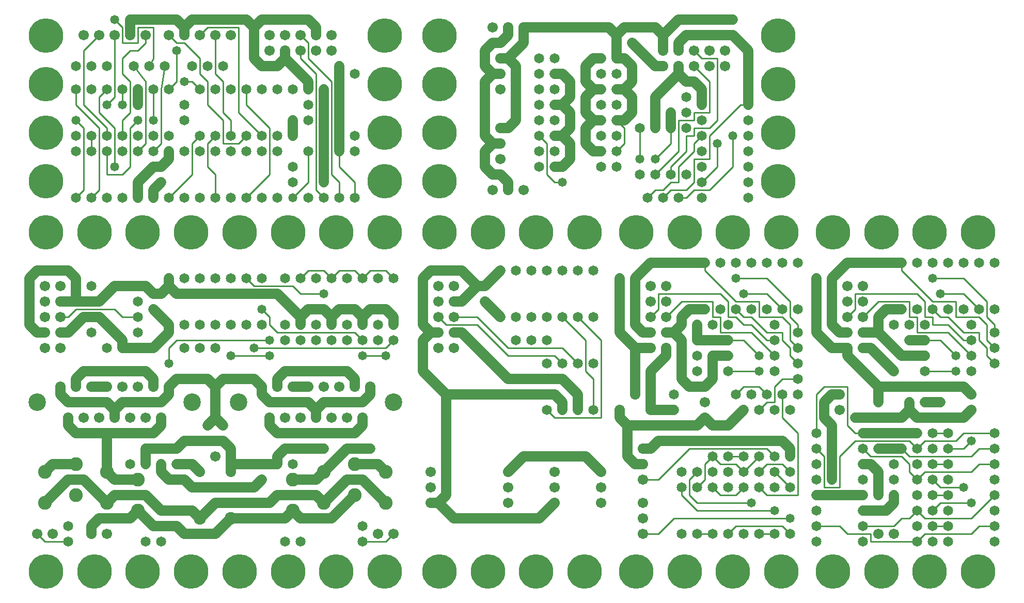
<source format=gbl>
%MOIN*%
%FSLAX25Y25*%
G04 D10 used for Character Trace; *
G04     Circle (OD=.01000) (No hole)*
G04 D11 used for Power Trace; *
G04     Circle (OD=.06500) (No hole)*
G04 D12 used for Signal Trace; *
G04     Circle (OD=.01100) (No hole)*
G04 D13 used for Via; *
G04     Circle (OD=.05800) (Round. Hole ID=.02800)*
G04 D14 used for Component hole; *
G04     Circle (OD=.06500) (Round. Hole ID=.03500)*
G04 D15 used for Component hole; *
G04     Circle (OD=.06700) (Round. Hole ID=.04300)*
G04 D16 used for Component hole; *
G04     Circle (OD=.08100) (Round. Hole ID=.05100)*
G04 D17 used for Component hole; *
G04     Circle (OD=.08900) (Round. Hole ID=.05900)*
G04 D18 used for Component hole; *
G04     Circle (OD=.11300) (Round. Hole ID=.08300)*
G04 D19 used for Component hole; *
G04     Circle (OD=.16000) (Round. Hole ID=.13000)*
G04 D20 used for Component hole; *
G04     Circle (OD=.18300) (Round. Hole ID=.15300)*
G04 D21 used for Component hole; *
G04     Circle (OD=.22291) (Round. Hole ID=.19291)*
%ADD10C,.01000*%
%ADD11C,.06500*%
%ADD12C,.01100*%
%ADD13C,.05800*%
%ADD14C,.06500*%
%ADD15C,.06700*%
%ADD16C,.08100*%
%ADD17C,.08900*%
%ADD18C,.11300*%
%ADD19C,.16000*%
%ADD20C,.18300*%
%ADD21C,.22291*%
%IPPOS*%
%LPD*%
G90*X0Y0D02*D21*X15625Y15625D03*D14*              
X30000Y35000D03*D12*X15000D01*X10000Y40000D01*D15*
D03*X20000D03*D17*X15000Y60000D03*D11*            
X30000Y75000D01*X40000D01*X55000Y60000D01*D17*D03*
D11*X60000Y65000D01*X80000D01*X90000Y55000D01*    
X110000D01*X115000Y50000D01*D16*D03*D11*          
X125000Y60000D01*X160000D01*X165000Y65000D01*     
X190000D01*X195000Y60000D01*D17*D03*D11*          
X210000Y75000D01*X220000D01*X235000Y60000D01*D17* 
D03*D14*X220000Y45000D03*D17*X215000Y65000D03*D11*
X200000Y50000D01*X180000D01*X175000Y55000D01*D17* 
D03*D11*X170000Y50000D01*X135000D01*D16*D03*D11*  
X125000Y40000D01*X105000D01*X100000Y45000D01*     
X85000D01*X75000Y55000D01*D17*D03*D11*            
X70000Y50000D01*X50000D01*X45000Y45000D01*        
Y40000D01*D15*D03*X55000D03*D14*X30000Y45000D03*  
D21*X46875Y15625D03*D17*X35000Y65000D03*          
X75000Y75000D03*D11*X60000D01*X55000Y80000D01*D17*
D03*D11*Y105000D01*X35000D01*X30000Y110000D01*    
Y115000D01*D15*D03*X40000D03*D11*X30000Y125000D02*
X55000D01*X60000Y120000D01*Y115000D01*D15*D03*D11*
Y120000D02*X65000Y125000D01*X90000D01*            
X95000Y130000D01*Y135000D01*D15*D03*D11*          
X100000Y140000D01*X120000D01*X125000Y135000D01*   
Y115000D01*X120000Y110000D01*D14*D03*D11*         
X130000D02*X125000Y115000D01*D14*                 
X130000Y110000D03*X120000Y100000D03*D11*          
X105000D01*X100000Y95000D01*X80000D01*D13*D03*D11*
Y85000D01*D14*D03*D11*X95000Y75000D02*            
X90000Y80000D01*X95000Y75000D02*X105000D01*       
X110000Y70000D01*X125000D01*D13*D03*D11*          
X150000D01*X155000Y75000D01*D14*D03*              
X165000Y85000D03*D11*X155000D01*D14*D03*D11*      
X135000D01*Y80000D01*D15*D03*D11*Y85000D02*       
Y95000D01*X130000Y100000D01*D14*D03*D11*          
X120000D01*D15*X125000Y90000D03*D11*              
X115000Y80000D02*X110000Y85000D01*D15*            
X115000Y80000D03*D11*X100000Y85000D02*X110000D01* 
D14*X100000D03*X90000D03*D11*Y80000D01*D14*       
X70000Y85000D03*D11*X55000Y105000D02*X85000D01*   
D15*X50000Y115000D03*X70000D03*D17*               
X35000Y85000D03*D11*X20000D01*X15000Y80000D01*D17*
D03*D11*X30000Y125000D02*X25000Y130000D01*        
Y135000D01*D15*D03*X35000D03*D11*Y140000D01*      
X40000Y145000D01*X80000D01*X85000Y140000D01*      
Y135000D01*D15*D03*X75000D03*D13*X95000Y150000D03*
D12*Y160000D01*X100000Y165000D01*X160000D01*D13*  
D03*D12*X165000Y170000D02*X215000D01*             
X220000Y165000D01*D14*D03*X230000Y175000D03*      
X210000D03*X230000Y165000D03*X220000Y175000D03*   
D11*Y180000D01*X225000Y185000D01*X235000D01*      
X240000Y180000D01*Y175000D01*D14*D03*Y165000D03*  
D12*X235000Y160000D01*X150000D01*D13*D03*         
X160000Y155000D03*D12*X135000D01*D13*D03*D14*     
X125000Y160000D03*D11*X155000Y135000D02*          
X150000Y140000D01*D15*X155000Y135000D03*D11*      
Y130000D01*X160000Y125000D01*X185000D01*          
X190000Y120000D01*Y115000D01*D15*D03*D11*         
Y120000D02*X195000Y125000D01*X220000D01*          
X225000Y130000D01*Y135000D01*D15*D03*D11*         
X215000D02*Y140000D01*D15*Y135000D03*D11*         
Y140000D02*X210000Y145000D01*X170000D01*          
X165000Y140000D01*Y135000D01*D15*D03*X175000D03*  
D11*X185000D01*D15*D03*X195000D03*                
X170000Y115000D03*X180000D03*X205000Y135000D03*   
X200000Y115000D03*D11*X165000Y105000D02*          
X160000Y110000D01*X165000Y105000D02*X215000D01*   
X220000Y110000D01*Y115000D01*D15*D03*X210000D03*  
D11*X195000Y80000D02*X210000Y95000D01*D17*        
X195000Y80000D03*D11*X190000Y75000D01*X175000D01* 
D17*D03*D11*X165000Y85000D02*Y90000D01*           
X170000Y95000D01*X195000D01*D13*D03*D11*          
X210000D02*X225000D01*D13*D03*D17*                
X215000Y85000D03*D11*X230000D01*X235000Y80000D01* 
D17*D03*D15*X230000Y40000D03*X240000D03*D12*      
X235000Y35000D01*X220000D01*D14*D03*D21*          
X203125Y15625D03*X234375D03*D14*X180000Y35000D03* 
X170000D03*D21*X171875Y15625D03*D14*              
X175000Y85000D03*D11*X160000Y110000D02*Y115000D01*
D15*D03*D18*X140000Y125000D03*D11*                
X130000Y140000D02*X150000D01*X125000Y135000D02*   
X130000Y140000D01*D18*X110000Y125000D03*D14*      
X115000Y160000D03*X105000D03*D15*X90000Y115000D03*
D11*Y110000D01*X85000Y105000D01*D15*              
X80000Y115000D03*X55000Y135000D03*D11*X45000D01*  
D15*D03*X65000D03*D14*Y160000D03*D11*X85000D01*   
X95000Y170000D01*Y175000D01*D14*D03*D11*          
X85000Y185000D01*D14*D03*D11*Y195000D02*X90000D01*
D14*X85000D03*D11*X80000Y200000D01*X75000D01*D14* 
D03*D11*X60000D01*X50000Y190000D01*X45000D01*D14* 
D03*D11*X35000D01*X25000D01*D15*D03*              
X15000Y200000D03*Y180000D03*D12*X30000D02*        
X35000Y185000D01*X25000Y180000D02*X30000D01*D15*  
X25000D03*D11*X35000Y190000D02*Y205000D01*        
X30000Y210000D01*X10000D01*X5000Y205000D01*       
Y175000D01*X10000Y170000D01*X15000D01*D15*D03*    
X25000Y160000D03*Y170000D03*D11*X30000D01*        
X40000Y180000D01*X45000D01*D14*D03*D11*X50000D01* 
X65000Y165000D01*Y160000D01*D14*X75000Y170000D03* 
X55000Y160000D03*X75000Y180000D03*D12*X65000D01*  
X60000Y185000D01*X35000D01*D14*X45000Y200000D03*  
D15*X25000D03*D14*X45000Y170000D03*D15*           
X15000Y190000D03*Y160000D03*D14*X75000Y190000D03* 
D21*X78125Y234375D03*X46875D03*X15625D03*D11*     
X90000Y195000D02*X95000Y200000D01*                
X100000Y195000D01*X165000D01*X180000Y180000D01*   
Y175000D01*D14*D03*D11*Y180000D02*                
X185000Y185000D01*X195000D01*X200000Y180000D01*   
Y175000D01*D14*D03*D11*Y180000D02*                
X205000Y185000D01*X215000D01*X220000Y180000D01*   
D14*X210000Y165000D03*X200000D03*                 
X240000Y205000D03*D12*X235000Y210000D01*          
X225000D01*X220000Y205000D01*D14*D03*D12*         
X215000Y210000D01*X205000D01*X200000Y205000D01*   
D14*D03*D12*X195000Y210000D01*X185000D01*         
X180000Y205000D01*D14*D03*D12*Y195000D02*         
X175000Y200000D01*X180000Y195000D02*X195000D01*   
D13*D03*D14*X190000Y205000D03*X210000D03*D12*     
X150000Y200000D02*X175000D01*X150000D02*          
X145000Y205000D01*D14*D03*X155000D03*X135000D03*  
X125000D03*D13*X155000Y185000D03*D12*             
X160000Y180000D01*Y175000D01*X165000Y170000D01*   
D14*X170000Y165000D03*Y175000D03*X155000D03*      
X180000Y165000D03*X145000Y175000D03*              
X190000Y165000D03*Y175000D03*X135000D03*          
X170000Y205000D03*X125000Y175000D03*              
X115000Y205000D03*Y175000D03*D13*                 
X220000Y155000D03*D12*X235000D01*D13*D03*D18*     
X240000Y125000D03*D14*X230000Y205000D03*D21*      
X234375Y234375D03*X203125D03*X171875D03*          
X140625D03*X109375D03*D14*X105000Y205000D03*      
Y175000D03*D21*X109375Y15625D03*X140625D03*D14*   
X95000Y205000D03*D11*Y200000D01*D18*              
X10000Y125000D03*D14*X80000Y35000D03*X90000D03*   
D21*X78125Y15625D03*G90*X0Y2000D02*D14*           
X215000Y257000D03*D12*Y267000D01*                 
X205000Y277000D01*Y287000D01*D14*D03*D11*         
Y307000D01*D14*D03*D11*Y342000D01*D13*D03*D14*    
X215000Y337000D03*D12*X185000Y347000D02*          
X200000Y332000D01*X185000Y357000D02*Y347000D01*   
X180000Y362000D02*X185000Y357000D01*D15*          
X180000Y362000D03*X190000Y352000D03*X170000D03*   
D11*Y347000D01*X165000Y342000D01*X155000D01*      
X150000Y347000D01*Y367000D01*X145000Y372000D01*   
X110000D01*X105000Y367000D01*X100000Y372000D01*   
X70000D01*Y362000D01*D15*D03*D12*X65000Y357000D02*
X75000D01*X65000Y367000D02*Y357000D01*            
X60000Y372000D02*X65000Y367000D01*D13*            
X60000Y372000D03*D15*X50000Y362000D03*D12*        
X40000Y352000D01*Y317000D01*X55000Y302000D01*     
Y297000D01*D14*D03*D12*X50000Y312000D02*          
X60000Y302000D01*X50000Y322000D02*Y312000D01*     
Y322000D02*X55000Y327000D01*D14*D03*D12*          
Y317000D02*X60000Y322000D01*D13*X55000Y317000D03* 
D12*X60000Y362000D02*Y322000D01*D15*Y362000D03*   
D12*X65000Y347000D02*X70000Y352000D01*            
X65000Y347000D02*Y337000D01*X70000Y332000D01*     
Y312000D01*X65000Y307000D01*Y297000D01*D14*D03*   
D12*X70000Y302000D02*Y277000D01*X65000Y272000D01* 
X55000D01*Y287000D01*D14*D03*X45000Y297000D03*D12*
Y287000D01*D14*D03*X35000Y297000D03*Y287000D03*   
D12*X60000Y302000D02*Y277000D01*D13*D03*D14*      
X65000Y287000D03*D11*X75000Y267000D02*Y257000D01* 
D14*D03*X85000D03*D11*Y262000D01*X90000Y267000D01*
D13*D03*D11*X85000Y277000D02*X90000D01*           
X75000Y267000D02*X85000Y277000D01*D14*            
X65000Y257000D03*D11*X90000Y277000D02*            
X95000Y282000D01*Y287000D01*D14*D03*D12*X85000D02*
X90000Y292000D01*D14*X85000Y287000D03*D12*        
X90000Y327000D02*Y292000D01*X92500Y342000D02*     
X90000Y327000D01*D14*X92500Y342000D03*D12*        
X82500D02*X85000Y347000D01*D14*X82500Y342000D03*  
D12*X85000Y367000D02*Y347000D01*X75000Y367000D02* 
X85000D01*X75000D02*Y357000D01*D15*               
X80000Y362000D03*D12*Y357000D01*X75000Y352000D01* 
X70000D01*D14*X72500Y342000D03*D12*               
X80000Y332000D01*Y292000D01*X75000Y287000D01*D14* 
D03*X85000Y297000D03*X75000D03*D12*               
X70000Y302000D02*X75000Y307000D01*D13*D03*        
X65000Y317000D03*D12*Y327000D01*D14*D03*D13*      
X75000Y317000D03*D11*Y327000D01*D14*D03*X85000D03*
D12*Y307000D01*D13*D03*D14*X95000Y297000D03*      
X105000Y287000D03*X95000Y327000D03*D12*           
X100000Y332000D01*Y352000D01*D13*D03*D12*         
Y357000D02*X105000D01*X95000Y362000D02*           
X100000Y357000D01*D15*X95000Y362000D03*D12*       
X105000Y357000D02*X115000Y347000D01*Y337000D01*   
X120000Y332000D01*Y317000D01*X130000Y307000D01*   
Y292000D01*X140000D01*X145000Y297000D01*D14*D03*  
X155000Y287000D03*D12*X130000Y312000D02*          
X135000Y307000D01*X130000Y332000D02*Y312000D01*   
X125000Y337000D02*X130000Y332000D01*              
X125000Y362000D02*Y337000D01*D15*Y362000D03*D12*  
X115000D02*X120000Y367000D01*D15*                 
X115000Y362000D03*D12*X120000Y367000D02*          
X140000D01*Y312000D01*X155000Y297000D01*D14*D03*  
D12*X145000Y317000D02*X160000Y302000D01*          
X145000Y327000D02*Y317000D01*D14*Y327000D03*      
X155000D03*X135000D03*X130000Y342000D03*D12*      
X135000Y307000D02*Y297000D01*D14*D03*             
X145000Y287000D03*X125000D03*Y297000D03*D12*      
X120000Y292000D01*Y277000D01*X125000Y272000D01*   
Y257000D01*D14*D03*X135000D03*X115000D03*D12*     
X95000D02*X110000Y272000D01*D14*X95000Y257000D03* 
X105000D03*D12*X110000Y292000D02*Y272000D01*      
Y292000D02*X115000Y297000D01*D14*D03*             
X105000Y307000D03*X115000Y287000D03*X135000D03*   
X105000Y317000D03*X125000Y327000D03*X115000D03*   
D12*X110000Y332000D01*X105000D01*D13*D03*D14*     
X110000Y342000D03*X120000D03*D15*                 
X135000Y362000D03*X105000D03*D11*Y367000D01*      
X150000D02*X155000Y372000D01*X185000D01*          
X190000Y367000D01*Y362000D01*D15*D03*             
X200000Y352000D03*X180000D03*D12*Y347000D01*      
X190000Y337000D01*Y262000D01*X195000Y257000D01*   
D14*D03*D12*X200000Y272000D02*X205000Y267000D01*  
X200000Y332000D02*Y272000D01*D13*                 
X195000Y327000D03*D11*Y307000D01*D14*D03*D11*     
Y287000D01*D14*D03*D11*Y267000D01*D13*D03*D14*    
X205000Y257000D03*D12*Y267000D01*D14*             
X185000Y287000D03*D12*Y267000D01*                 
X175000Y257000D01*D13*D03*D14*X185000D03*         
X175000Y267000D03*X165000Y257000D03*D12*          
X145000D02*X160000Y272000D01*D14*                 
X145000Y257000D03*X155000D03*D12*                 
X160000Y302000D02*Y272000D01*D14*                 
X165000Y297000D03*X175000D03*D11*Y307000D01*D13*  
D03*D14*X185000Y317000D03*Y307000D03*D13*         
Y327000D03*D11*Y332000D01*X170000Y347000D01*D15*  
X160000Y352000D03*X170000Y362000D03*X160000D03*   
D14*X165000Y327000D03*X175000D03*D15*             
X200000Y362000D03*D14*X215000Y297000D03*          
X165000Y287000D03*X215000D03*D21*                 
X234375Y298875D03*Y330125D03*Y361375D03*D14*      
X175000Y277000D03*D21*X234375Y267625D03*D14*      
X55000Y342000D03*Y257000D03*D12*X35000Y317000D02* 
X50000Y302000D01*X35000Y327000D02*Y317000D01*D14* 
Y327000D03*X45000D03*Y342000D03*X35000D03*D21*    
X15625Y330125D03*D13*X35000Y307000D03*D12*        
X40000Y302000D01*Y262000D01*X35000Y257000D01*D14* 
D03*X45000D03*D12*X50000Y262000D01*Y302000D01*D21*
X15625Y267625D03*Y298875D03*D15*X40000Y362000D03* 
D21*X15625Y361375D03*G90*X4000Y0D02*D11*          
X274000Y130000D02*X259000Y145000D01*              
X274000Y65000D02*Y130000D01*X269000Y60000D02*     
X274000Y65000D01*X279000Y50000D02*                
X269000Y60000D01*X279000Y50000D02*X334000D01*     
X344000Y60000D01*D15*D03*Y70000D03*Y80000D03*D11* 
X374000D02*X364000Y90000D01*D15*X374000Y80000D03* 
D11*X324000Y90000D02*X364000D01*X314000Y80000D02* 
X324000Y90000D01*D15*X314000Y80000D03*Y70000D03*  
Y60000D03*D12*X344000Y115000D02*X374000D01*       
Y165000D01*X359000Y180000D01*D14*D03*X369000D03*  
X349000D03*D12*X364000Y165000D01*Y145000D01*      
X369000Y140000D01*Y120000D01*D14*D03*D11*         
X359000D02*Y130000D01*D14*Y120000D03*D11*         
X349000D02*Y125000D01*D14*Y120000D03*D12*         
X344000Y115000D02*X339000Y120000D01*D14*D03*      
X329000Y130000D03*D11*X274000D01*                 
X259000Y145000D02*Y165000D01*X264000Y170000D01*   
X269000D01*D15*D03*D12*X274000Y175000D02*         
X294000D01*X314000Y155000D01*X344000D01*          
X349000Y150000D01*D14*D03*X359000D03*D12*         
X349000Y160000D01*X314000D01*X294000Y180000D01*   
X279000D01*D15*D03*D12*X274000Y175000D02*         
X269000Y180000D01*D15*D03*X279000Y170000D03*D11*  
X284000D01*X314000Y140000D01*X329000D01*D14*D03*  
D11*X349000D01*X359000Y130000D01*                 
X349000Y125000D02*X344000Y130000D01*X329000D01*   
D14*X339000Y150000D03*Y165000D03*X329000D03*      
X319000D03*X369000Y150000D03*D15*                 
X279000Y160000D03*D14*X339000Y180000D03*          
X329000D03*X319000D03*X309000D03*D11*             
X299000Y190000D01*D14*D03*Y200000D03*D11*         
X294000D01*X284000Y190000D01*X279000D01*D15*D03*  
X269000Y200000D03*X279000D03*X269000Y190000D03*   
D11*X294000Y200000D02*X284000Y210000D01*          
X264000D01*X259000Y205000D01*Y175000D01*          
X264000Y170000D01*D15*X269000Y160000D03*D11*      
X299000Y200000D02*X309000Y210000D01*D14*D03*      
X319000D03*X329000D03*D21*X332125Y234375D03*      
X300875D03*D14*X339000Y210000D03*D21*             
X269625Y234375D03*D14*X349000Y210000D03*          
X359000D03*D21*X363375Y234375D03*D14*             
X369000Y210000D03*D15*X264000Y80000D03*Y70000D03* 
X374000D03*X264000Y60000D03*D11*X269000D01*D21*   
X269625Y15625D03*X300875D03*X332125D03*X363375D03*
D15*X374000Y60000D03*G90*X4000Y2000D02*D21*       
X269625Y267625D03*D11*X299000Y332000D02*          
Y297000D01*Y332000D02*X304000Y337000D01*          
X299000Y342000D01*Y352000D01*X304000Y357000D01*   
X309000D01*X314000Y362000D01*Y367000D01*D15*D03*  
D11*Y347000D02*X324000Y357000D01*                 
X309000Y347000D02*X314000D01*D15*X309000D03*D11*  
X314000D02*X319000Y342000D01*Y307000D01*          
X314000Y302000D01*X309000D01*D15*D03*D11*         
X299000Y297000D02*X304000Y292000D01*              
X299000Y287000D01*Y277000D01*X304000Y272000D01*   
X309000D01*X314000Y267000D01*Y262000D01*D15*D03*  
X324000D03*X304000D03*X309000Y282000D03*D14*      
X334000Y277000D03*Y287000D03*D12*                 
X339000Y292000D02*Y272000D01*X334000Y297000D02*   
X339000Y292000D01*D14*X334000Y297000D03*          
X344000Y287000D03*Y307000D03*Y297000D03*D11*      
X349000D01*X354000Y292000D01*Y282000D01*          
X349000Y277000D01*X344000D01*D14*D03*D12*         
X339000Y272000D02*X344000Y267000D01*X349000D01*   
D13*D03*D11*X364000Y292000D02*X369000Y287000D01*  
X364000Y302000D02*Y292000D01*Y302000D02*          
X369000Y307000D01*X364000Y312000D01*Y322000D01*   
X369000Y327000D01*X364000Y332000D01*Y342000D01*   
X369000Y347000D01*X374000D01*D14*D03*             
X384000Y337000D03*Y347000D03*D11*Y362000D01*      
X379000Y367000D01*X324000D01*D15*D03*D11*         
Y357000D01*D14*X334000Y347000D03*                 
X344000Y337000D03*D11*X349000D01*                 
X354000Y332000D01*Y322000D01*X349000Y317000D01*   
X344000D01*D14*D03*D11*X349000D02*                
X354000Y312000D01*Y302000D01*X349000Y297000D01*   
D14*X334000Y307000D03*D11*X369000Y287000D02*      
X374000D01*D14*D03*X384000Y277000D03*Y297000D03*  
Y287000D03*D12*X389000Y292000D01*Y302000D01*      
X384000Y307000D01*D14*D03*D11*X389000D01*         
X394000Y312000D01*Y322000D01*X389000Y327000D01*   
X384000D01*D14*D03*D11*X389000D02*                
X394000Y332000D01*Y342000D01*X389000Y347000D01*   
X384000D01*D13*X394000Y357000D03*D11*             
X409000Y342000D01*X414000D01*D15*D03*             
X424000Y352000D03*D11*Y357000D01*                 
X429000Y362000D01*X459000D01*X469000Y352000D01*   
Y317000D01*D14*D03*D12*X464000D01*                
X444000Y297000D01*Y282000D01*X434000D01*          
Y267000D01*X429000Y262000D01*X419000D01*          
X414000Y257000D01*D14*D03*D12*X404000D02*         
X409000Y262000D01*D14*X404000Y257000D03*D12*      
X409000Y262000D02*X414000D01*X419000Y267000D01*   
X424000D01*Y277000D01*X434000Y287000D01*          
Y292000D01*X439000Y297000D01*D14*D03*D12*         
X434000Y302000D02*X444000D01*X434000D02*          
Y297000D01*X429000D01*Y287000D01*                 
X419000Y277000D01*Y272000D01*D14*D03*D13*         
X409000Y282000D03*D12*X419000Y292000D01*          
Y302000D01*D14*D03*D11*Y312000D01*D14*D03*D12*    
X424000Y307000D02*Y287000D01*X409000Y272000D01*   
D14*D03*D13*X399000Y282000D03*D12*Y302000D01*D14* 
D03*X409000Y312000D03*D11*Y322000D01*             
X424000Y337000D01*Y342000D01*D15*D03*D11*         
Y337000D02*X429000Y332000D01*X434000D01*          
X439000Y327000D01*Y317000D01*D14*D03*D12*         
X434000Y312000D02*X444000D01*X434000D02*          
Y307000D01*X424000D01*D14*X429000Y302000D03*      
Y312000D03*Y322000D03*D11*X409000Y312000D02*      
Y302000D01*D14*D03*X384000Y317000D03*             
X439000Y277000D03*Y287000D03*X399000Y272000D03*   
X439000Y307000D03*X429000Y272000D03*              
X374000Y337000D03*Y327000D03*D11*X369000D01*D14*  
X374000Y317000D03*D11*X369000Y307000D02*          
X374000D01*D14*D03*Y297000D03*X344000Y327000D03*  
X374000Y277000D03*X334000Y337000D03*Y327000D03*   
Y317000D03*X344000Y347000D03*D15*                 
X414000Y352000D03*D11*Y362000D01*                 
X409000Y367000D01*X389000D01*X384000Y362000D01*   
X414000D02*X424000Y372000D01*X459000D01*D13*D03*  
D15*X444000Y352000D03*X454000D03*D12*X434000D02*  
X439000Y347000D01*D15*X434000Y352000D03*D12*      
X439000Y347000D02*X449000D01*Y307000D01*          
X444000Y302000D01*Y332000D02*Y312000D01*          
X434000Y342000D02*X444000Y332000D01*D15*          
X434000Y342000D03*X444000D03*X454000D03*D14*      
X469000Y307000D03*D13*X459000Y297000D03*D12*      
Y277000D01*X444000Y262000D01*X434000D01*          
X429000Y257000D01*X424000D01*D14*D03*X439000D03*  
Y267000D03*D12*X449000Y277000D01*Y292000D01*D13*  
D03*D14*X469000Y277000D03*Y287000D03*Y297000D03*  
Y267000D03*Y257000D03*D21*X488375Y330125D03*      
Y267625D03*Y298875D03*Y361375D03*D15*             
X309000Y337000D03*D11*X304000D01*D15*             
X309000Y327000D03*X304000Y367000D03*D21*          
X269625Y361375D03*Y330125D03*Y298875D03*D11*      
X304000Y292000D02*X309000D01*D15*D03*G90*         
X1000Y0D02*D11*X391000Y110000D02*                 
X386000Y115000D01*X391000Y90000D02*Y110000D01*    
X396000Y85000D02*X391000Y90000D01*                
X396000Y85000D02*X401000D01*D15*D03*D12*Y75000D02*
X411000D01*D15*X401000D03*D12*X411000D02*         
X431000Y95000D01*X481000D01*X486000Y90000D01*D14* 
D03*D12*X496000Y80000D02*X491000Y85000D01*D14*    
X496000Y80000D03*D12*X481000Y85000D02*X491000D01* 
X476000Y80000D02*X481000Y85000D01*D14*            
X476000Y80000D03*X486000Y70000D03*                
X466000Y90000D03*D12*X456000D01*D14*D03*D12*      
X466000Y80000D02*X461000Y85000D01*D14*            
X466000Y80000D03*D12*X476000Y90000D01*D14*D03*    
X486000Y80000D03*D12*X496000Y70000D01*D14*D03*D12*
X481000Y65000D02*X501000D01*X481000D02*           
X476000Y70000D01*D14*D03*D13*X471000Y60000D03*D12*
X436000D01*X431000Y65000D01*Y75000D01*            
X436000Y80000D01*D14*D03*D12*Y70000D02*           
X441000Y75000D01*D14*X436000Y70000D03*D12*        
X441000Y75000D02*Y85000D01*X446000Y90000D01*D14*  
D03*D12*X451000Y85000D01*X461000D01*D14*          
X456000Y80000D03*X446000Y70000D03*D12*            
X451000Y65000D01*X461000D01*X466000Y70000D01*D14* 
D03*X456000D03*D13*X486000Y55000D03*D12*          
X436000D01*X426000Y65000D01*Y70000D01*D14*D03*    
Y80000D03*D12*X411000Y40000D02*X421000Y50000D01*  
X401000Y40000D02*X411000D01*D15*X401000D03*       
Y50000D03*Y60000D03*D12*X421000Y50000D02*         
X496000D01*D13*D03*D12*Y40000D02*X491000Y45000D01*
D14*X496000Y40000D03*D12*X461000Y45000D02*        
X491000D01*X456000Y40000D02*X461000Y45000D01*D14* 
X456000Y40000D03*X466000D03*X446000D03*D12*       
X436000D01*D14*D03*X426000D03*D21*                
X459125Y15625D03*X427875D03*D14*X446000Y80000D03* 
X476000Y40000D03*D12*X486000D01*D14*D03*D12*      
X501000Y65000D02*Y105000D01*X491000Y115000D01*    
Y130000D01*D14*D03*D12*X486000Y125000D02*         
Y135000D01*X481000Y125000D02*X486000D01*          
X476000Y120000D02*X481000Y125000D01*D14*          
X476000Y120000D03*X481000Y130000D03*D12*          
X476000Y135000D01*X466000D01*X461000Y130000D01*   
D14*D03*X471000D03*X466000Y120000D03*D11*         
X456000Y110000D01*D14*D03*D11*X446000D01*         
X441000Y115000D01*D15*D03*D11*X436000Y110000D01*  
X391000D01*X386000Y115000D02*Y120000D01*D15*D03*  
X396000Y130000D03*D11*Y160000D01*X406000D01*D15*  
D03*X416000Y170000D03*D11*X421000D01*             
X426000Y165000D01*Y140000D01*X431000Y135000D01*   
X441000D01*X446000Y140000D01*Y145000D01*D14*D03*  
D11*Y155000D01*D14*D03*D11*X456000D01*D14*D03*D12*
X476000D02*X466000Y165000D01*D13*                 
X476000Y155000D03*D14*X486000Y145000D03*          
Y165000D03*D12*X481000D01*X471000Y175000D01*      
X466000D01*X461000Y180000D01*X456000D01*          
Y190000D01*X451000Y195000D01*X411000D01*          
Y185000D01*X406000Y180000D01*D15*D03*             
X416000Y190000D03*D11*X401000Y170000D02*          
X406000D01*D15*D03*D11*X401000D02*                
X396000Y175000D01*Y205000D01*X406000Y215000D01*   
X441000D01*D14*D03*D12*Y210000D01*                
X461000Y190000D01*X476000D01*Y180000D01*          
X491000D01*X496000Y175000D01*Y165000D01*          
X501000Y160000D01*D14*D03*D12*Y150000D02*         
X496000Y155000D01*D14*X501000Y150000D03*D12*      
X496000Y155000D02*Y160000D01*X491000Y165000D01*   
Y170000D01*X481000D01*X471000Y180000D01*          
X466000D01*X461000Y185000D01*D14*D03*D13*         
X466000Y195000D03*D12*X481000D01*                 
X491000Y185000D01*D14*D03*D12*X501000Y175000D02*  
X496000Y180000D01*X501000Y170000D02*Y175000D01*   
D14*Y170000D03*D12*X496000Y180000D02*Y190000D01*  
X481000Y205000D01*X461000D01*D13*D03*D14*         
X471000Y215000D03*X451000D03*X461000D03*D12*      
X446000Y180000D02*Y190000D01*Y180000D02*          
X451000D01*Y170000D01*X471000D01*                 
X486000Y155000D01*D14*D03*D13*X476000Y145000D03*  
D12*X456000D01*D14*D03*X436000Y165000D03*D11*     
X446000D01*D14*D03*D11*X456000D01*D14*D03*D12*    
X466000D01*D14*X456000Y175000D03*                 
X481000Y185000D03*X446000Y175000D03*              
X471000Y185000D03*X486000Y175000D03*              
X451000Y185000D03*D12*X486000Y135000D02*          
X491000Y140000D01*X501000D01*D14*D03*Y130000D03*  
X486000Y120000D03*X496000D03*D11*Y95000D02*       
X491000Y100000D01*X496000Y90000D02*Y95000D01*D14* 
Y90000D03*D11*X456000Y100000D02*X491000D01*D14*   
X456000D03*D11*X411000D01*X406000Y95000D01*       
X401000D01*D15*D03*D14*X421000Y120000D03*D11*     
X406000D01*D15*D03*D11*Y140000D01*D13*D03*D11*    
Y145000D01*X416000Y155000D01*Y160000D01*D15*D03*  
D11*X421000Y170000D02*X426000Y175000D01*          
Y180000D01*X431000Y185000D01*X441000D01*D14*D03*  
D12*X426000Y190000D02*X446000D01*                 
X416000Y180000D02*X426000Y190000D01*D15*          
X416000Y180000D03*X406000Y190000D03*D11*          
X396000Y160000D02*X386000Y170000D01*Y205000D01*   
D13*D03*D15*X406000Y200000D03*D21*                
X396625Y234375D03*D15*X416000Y200000D03*D21*      
X427875Y234375D03*D14*X436000Y155000D03*D11*      
Y165000D02*Y175000D01*D14*D03*Y145000D03*         
X421000Y130000D03*X481000Y215000D03*D15*          
X441000Y125000D03*D14*X491000Y215000D03*D21*      
X490375Y234375D03*X459125D03*D14*                 
X501000Y185000D03*Y215000D03*D21*X396625Y15625D03*
X490375D03*G90*X3000Y0D02*D14*X513000Y35000D03*   
Y45000D03*D12*X528000D01*X533000Y40000D01*        
X548000D01*Y35000D01*X578000D01*D14*D03*D12*      
X583000Y40000D01*X613000D01*X618000Y45000D01*     
X628000D01*D14*D03*Y55000D03*Y35000D03*D13*       
X613000Y60000D03*D12*X593000D01*X588000Y55000D01* 
D14*D03*D12*X583000Y50000D02*X613000D01*          
X628000Y65000D01*D14*D03*Y75000D03*D12*           
X583000Y80000D02*X613000D01*X578000Y75000D02*     
X583000Y80000D01*D14*X578000Y75000D03*D12*        
X573000Y80000D01*Y85000D01*X568000Y90000D01*      
X548000D01*X543000Y95000D01*D14*D03*D12*          
X528000Y90000D02*X538000Y100000D01*               
X528000Y70000D02*Y90000D01*X518000Y70000D02*      
X528000D01*X518000D02*Y90000D01*X513000Y95000D01* 
D14*D03*Y105000D03*D12*Y130000D01*                
X518000Y135000D01*X533000D01*Y110000D01*          
X538000Y105000D01*X543000D01*D14*D03*D11*         
X568000D01*D14*D03*D11*X578000D01*D14*D03*D12*    
Y95000D02*X583000Y100000D01*D14*X578000Y95000D03* 
D12*X573000Y100000D01*X538000D01*D11*             
X523000Y75000D02*Y110000D01*D13*Y75000D03*D14*    
X513000Y85000D03*Y65000D03*D11*X543000D01*D14*D03*
X553000D03*D11*Y80000D01*X548000Y85000D01*        
X543000D01*D14*D03*D13*X553000Y95000D03*D11*      
X568000D01*D14*D03*D12*X573000Y90000D01*          
X613000D01*X618000Y95000D01*X628000D01*D14*D03*   
D12*X613000Y80000D02*X618000Y85000D01*X628000D01* 
D14*D03*D13*X613000Y100000D03*D12*                
X608000Y95000D01*X598000D01*D14*D03*D12*          
X583000Y100000D02*X603000D01*D14*X588000Y95000D03*
Y105000D03*D12*X598000D01*D14*D03*D12*            
X603000Y100000D02*X608000Y105000D01*X628000D01*   
D14*D03*D15*X613000Y120000D03*D11*                
X608000Y115000D01*X578000D01*X573000Y120000D01*   
X568000Y115000D01*X538000D01*D13*D03*D15*         
X528000Y120000D03*D11*X518000Y125000D02*          
X523000Y130000D01*X518000Y115000D02*Y125000D01*   
X523000Y110000D02*X518000Y115000D01*D15*          
X528000Y130000D03*D11*X523000D01*                 
X553000Y135000D02*X533000Y155000D01*              
X553000Y125000D02*Y135000D01*D13*Y125000D03*D11*  
Y135000D02*X578000D01*D14*D03*D11*X593000D01*D14* 
D03*D11*X608000D01*X613000Y130000D01*D15*D03*D14* 
Y145000D03*D13*X603000D03*D12*X583000D01*D14*D03* 
X573000Y155000D03*D11*X568000D01*                 
X553000Y170000D01*X543000D01*D15*D03*D11*         
X553000D02*Y180000D01*D15*X543000D03*D12*         
X553000Y190000D01*X573000D01*Y180000D01*          
X578000D01*Y170000D01*X598000D01*                 
X613000Y155000D01*D14*D03*D12*X628000Y160000D02*  
X623000Y165000D01*D14*X628000Y160000D03*D12*      
X623000Y165000D02*Y175000D01*X618000Y180000D01*   
X603000D01*Y190000D01*X588000D01*                 
X568000Y210000D01*Y215000D01*D14*D03*D11*         
X533000D01*X523000Y205000D01*Y175000D01*          
X528000Y170000D01*X533000D01*D15*D03*             
X543000Y160000D03*D11*X548000D01*                 
X563000Y145000D01*D13*D03*D11*X573000Y155000D02*  
X583000D01*D14*D03*D12*X603000D02*                
X593000Y165000D01*D13*X603000Y155000D03*D14*      
X613000Y165000D03*D12*X608000D01*                 
X598000Y175000D01*X588000D01*Y180000D01*          
X583000D01*Y190000D01*X578000Y195000D01*          
X538000D01*Y185000D01*X533000Y180000D01*D15*D03*  
X543000Y190000D03*X533000D03*X543000Y200000D03*   
D11*X523000Y160000D02*X533000D01*D15*D03*D11*     
Y155000D01*X523000Y160000D02*X513000Y170000D01*   
Y205000D01*D13*D03*D15*X533000Y200000D03*D21*     
X523625Y234375D03*D11*X553000Y180000D02*          
X558000Y185000D01*X568000D01*D14*D03*             
X563000Y175000D03*X578000Y185000D03*              
X573000Y175000D03*X583000D03*D13*                 
X588000Y205000D03*D12*X608000D01*                 
X623000Y190000D01*Y180000D01*X628000Y175000D01*   
Y170000D01*D14*D03*D12*X623000Y155000D02*         
Y160000D01*X628000Y150000D02*X623000Y155000D01*   
D14*X628000Y150000D03*D12*X623000Y160000D02*      
X618000Y165000D01*Y170000D01*X608000D01*          
X598000Y180000D01*X593000D01*X588000Y185000D01*   
D14*D03*D13*X593000Y195000D03*D12*X608000D01*     
X618000Y185000D01*D14*D03*X613000Y175000D03*      
X628000Y185000D03*X608000D03*X598000D03*D12*      
X583000Y165000D02*X593000D01*D14*X583000D03*D11*  
X573000D01*D14*D03*Y125000D03*D11*Y120000D01*D14* 
X583000Y125000D03*D11*X593000D01*D14*D03*         
X563000Y85000D03*X578000D03*X588000D03*D12*       
X598000D01*D14*D03*X588000Y75000D03*D12*          
X593000Y70000D01*X608000D01*D13*D03*D14*          
X598000Y75000D03*Y65000D03*D12*X588000D01*D14*D03*
X598000Y55000D03*X578000D03*D12*X573000Y50000D01* 
X568000D01*X563000Y45000D01*X543000D01*D14*D03*   
D15*X553000Y40000D03*D14*X543000Y55000D03*D11*    
X558000D01*X563000Y60000D01*Y65000D01*D14*D03*    
Y75000D03*D12*X583000Y50000D02*X578000Y55000D01*  
D14*X588000Y45000D03*D12*X598000D01*D14*D03*      
X588000Y35000D03*X598000D03*X578000Y65000D03*     
Y45000D03*D21*X586125Y15625D03*X617375D03*D15*    
X563000Y40000D03*D21*X554875Y15625D03*D14*        
X543000Y75000D03*Y35000D03*D21*X523625Y15625D03*  
D14*X513000Y75000D03*Y55000D03*X628000Y215000D03* 
X618000D03*X608000D03*X598000D03*X588000D03*      
X578000D03*D21*X617375Y234375D03*X586125D03*      
X554875D03*M02*                                   

</source>
